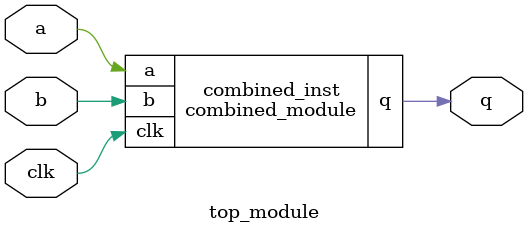
<source format=v>
module xor_flipflop (
    input clk,
    input a,
    input b,
    output reg q
);

reg xor_out;

always @ (a or b) begin
    xor_out = a ^ b;
end

always @(posedge clk) begin
    q <= xor_out;
end

endmodule


module dual_edge_ff (
    input clk,
    input d,
    output reg q
);

reg q1, q2;

always @(posedge clk) begin
    q1 <= d;
end

always @(negedge clk) begin
    q2 <= q1;
end

always @(posedge clk) begin
    q <= q2;
end

endmodule


module combined_module (
    input clk,
    input a,
    input b,
    output q
);

wire xor_out;
wire dual_edge_out;

xor_flipflop xor_inst (
    .clk(clk),
    .a(a),
    .b(b),
    .q(xor_out)
);

dual_edge_ff dual_edge_inst (
    .clk(clk),
    .d(xor_out),
    .q(dual_edge_out)
);

assign q = dual_edge_out;

endmodule


module top_module (
    input clk,
    input a,
    input b,
    output q
);

combined_module combined_inst (
    .clk(clk),
    .a(a),
    .b(b),
    .q(q)
);

endmodule
</source>
